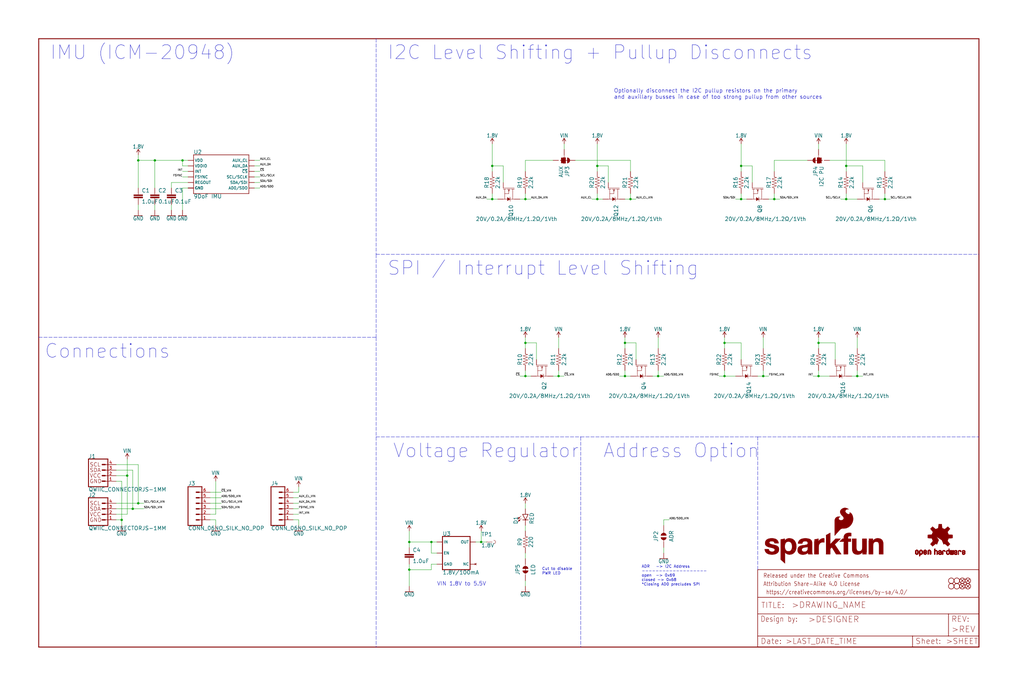
<source format=kicad_sch>
(kicad_sch (version 20211123) (generator eeschema)
  (paper "User" 470.306 318.364)
  (lib_symbols
    (symbol "eagleSchem-eagle-import:0.1UF-0603-25V-5%"
      (property "Reference" "C" (at 1.524 2.921 0))
      (property "Value" "0.1UF-0603-25V-5%" (at 1.524 -2.159 0))
      (symbol "0.1UF-0603-25V-5%_1_0"
        (pin passive line (at 0 5.08 270) (length 2.54) (name "1") (number "1"))
        (pin passive line (at 0 -2.54 90) (length 2.54) (name "2") (number "2"))
      )
    )
    (symbol "eagleSchem-eagle-import:1.0UF-0603-16V-10%-X7R"
      (property "Reference" "C" (at 1.524 2.921 0))
      (property "Value" "1.0UF-0603-16V-10%-X7R" (at 1.524 -2.159 0))
      (symbol "1.0UF-0603-16V-10%-X7R_1_0"
        (pin passive line (at 0 5.08 270) (length 2.54) (name "1") (number "1"))
        (pin passive line (at 0 -2.54 90) (length 2.54) (name "2") (number "2"))
      )
    )
    (symbol "eagleSchem-eagle-import:1.8V" (power)
      (property "Value" "1.8V" (at 0 2.794 0))
      (symbol "1.8V_1_0"
        (pin power_in line (at 0 0 90) (length 2.54) (name "1.8V") (number "1"))
      )
    )
    (symbol "eagleSchem-eagle-import:2.2KOHM-0402T-1{slash}16W-1%"
      (property "Reference" "R" (at 0 1.524 0))
      (property "Value" "2.2KOHM-0402T-1{slash}16W-1%" (at 0 -1.524 0))
      (symbol "2.2KOHM-0402T-1{slash}16W-1%_1_0"
        (pin passive line (at -5.08 0 0) (length 2.54) (name "1") (number "1"))
        (pin passive line (at 5.08 0 180) (length 2.54) (name "2") (number "2"))
      )
    )
    (symbol "eagleSchem-eagle-import:220OHM-0603-1{slash}10W-1%"
      (property "Reference" "R" (at 0 1.524 0))
      (property "Value" "220OHM-0603-1{slash}10W-1%" (at 0 -1.524 0))
      (symbol "220OHM-0603-1{slash}10W-1%_1_0"
        (pin passive line (at -5.08 0 0) (length 2.54) (name "1") (number "1"))
        (pin passive line (at 5.08 0 180) (length 2.54) (name "2") (number "2"))
      )
    )
    (symbol "eagleSchem-eagle-import:CONN_06NO_SILK_NO_POP"
      (property "Reference" "J" (at -5.08 10.668 0))
      (property "Value" "CONN_06NO_SILK_NO_POP" (at -5.08 -9.906 0))
      (symbol "CONN_06NO_SILK_NO_POP_1_0"
        (pin passive line (at 5.08 -5.08 180) (length 5.08) (name "1") (number "1"))
        (pin passive line (at 5.08 -2.54 180) (length 5.08) (name "2") (number "2"))
        (pin passive line (at 5.08 0 180) (length 5.08) (name "3") (number "3"))
        (pin passive line (at 5.08 2.54 180) (length 5.08) (name "4") (number "4"))
        (pin passive line (at 5.08 5.08 180) (length 5.08) (name "5") (number "5"))
        (pin passive line (at 5.08 7.62 180) (length 5.08) (name "6") (number "6"))
      )
    )
    (symbol "eagleSchem-eagle-import:FIDUCIAL1X2")
    (symbol "eagleSchem-eagle-import:FRAME-LEDGER"
      (symbol "FRAME-LEDGER_2_0"
        (text " https://creativecommons.org/licenses/by-sa/4.0/" (at 2.54 24.13 0) (effects (font (size 1.9304 1.6408)) (justify left bottom)))
        (text ">DESIGNER" (at 23.114 11.176 0) (effects (font (size 2.7432 2.7432)) (justify left bottom)))
        (text ">DRAWING_NAME" (at 15.494 17.78 0) (effects (font (size 2.7432 2.7432)) (justify left bottom)))
        (text ">LAST_DATE_TIME" (at 12.7 1.27 0) (effects (font (size 2.54 2.54)) (justify left bottom)))
        (text ">REV" (at 88.9 6.604 0) (effects (font (size 2.7432 2.7432)) (justify left bottom)))
        (text ">SHEET" (at 86.36 1.27 0) (effects (font (size 2.54 2.54)) (justify left bottom)))
        (text "Attribution Share-Alike 4.0 License" (at 2.54 27.94 0) (effects (font (size 1.9304 1.6408)) (justify left bottom)))
        (text "Date:" (at 1.27 1.27 0) (effects (font (size 2.54 2.54)) (justify left bottom)))
        (text "Design by:" (at 1.27 11.43 0) (effects (font (size 2.54 2.159)) (justify left bottom)))
        (text "Released under the Creative Commons" (at 2.54 31.75 0) (effects (font (size 1.9304 1.6408)) (justify left bottom)))
        (text "REV:" (at 88.9 11.43 0) (effects (font (size 2.54 2.54)) (justify left bottom)))
        (text "Sheet:" (at 72.39 1.27 0) (effects (font (size 2.54 2.54)) (justify left bottom)))
        (text "TITLE:" (at 1.524 17.78 0) (effects (font (size 2.54 2.54)) (justify left bottom)))
      )
    )
    (symbol "eagleSchem-eagle-import:GND" (power)
      (property "Value" "GND" (at 0 -0.254 0))
      (symbol "GND_1_0"
        (pin power_in line (at 0 2.54 270) (length 2.54) (name "GND") (number "1"))
      )
    )
    (symbol "eagleSchem-eagle-import:ICM-20948"
      (property "Reference" "U" (at -12.7 10.414 0))
      (property "Value" "ICM-20948" (at -12.7 -7.874 0))
      (symbol "ICM-20948_1_0"
        (pin bidirectional line (at -15.24 -2.54 0) (length 2.54) (name "REGOUT") (number "10"))
        (pin bidirectional line (at -15.24 0 0) (length 2.54) (name "FSYNC") (number "11"))
        (pin bidirectional line (at -15.24 2.54 0) (length 2.54) (name "INT") (number "12"))
        (pin bidirectional line (at -15.24 7.62 0) (length 2.54) (name "VDD") (number "13"))
        (pin bidirectional line (at -15.24 -5.08 0) (length 2.54) (name "GND") (number "18"))
        (pin bidirectional line (at -15.24 -5.08 0) (length 2.54) (name "GND") (number "20"))
        (pin bidirectional line (at 15.24 5.08 180) (length 2.54) (name "AUX_DA") (number "21"))
        (pin bidirectional line (at 15.24 2.54 180) (length 2.54) (name "~{CS}") (number "22"))
        (pin bidirectional line (at 15.24 0 180) (length 2.54) (name "SCL/SCLK") (number "23"))
        (pin bidirectional line (at 15.24 -2.54 180) (length 2.54) (name "SDA/SDI") (number "24"))
        (pin bidirectional line (at 15.24 7.62 180) (length 2.54) (name "AUX_CL") (number "7"))
        (pin bidirectional line (at -15.24 5.08 0) (length 2.54) (name "VDDIO") (number "8"))
        (pin bidirectional line (at 15.24 -5.08 180) (length 2.54) (name "AD0/SDO") (number "9"))
      )
    )
    (symbol "eagleSchem-eagle-import:JUMPER-SMT_2_NC_TRACE_SILK"
      (property "Reference" "JP" (at -2.54 2.54 0))
      (property "Value" "JUMPER-SMT_2_NC_TRACE_SILK" (at -2.54 -2.54 0))
      (symbol "JUMPER-SMT_2_NC_TRACE_SILK_1_0"
        (pin passive line (at -5.08 0 0) (length 2.54) (name "1") (number "1"))
        (pin passive line (at 5.08 0 180) (length 2.54) (name "2") (number "2"))
      )
    )
    (symbol "eagleSchem-eagle-import:JUMPER-SMT_2_NO_SILK"
      (property "Reference" "JP" (at -2.54 2.54 0))
      (property "Value" "JUMPER-SMT_2_NO_SILK" (at -2.54 -2.54 0))
      (symbol "JUMPER-SMT_2_NO_SILK_1_0"
        (pin passive line (at -5.08 0 0) (length 2.54) (name "1") (number "1"))
        (pin passive line (at 5.08 0 180) (length 2.54) (name "2") (number "2"))
      )
    )
    (symbol "eagleSchem-eagle-import:JUMPER-SMT_3_2-NC_TRACE_SILK"
      (property "Reference" "JP" (at 2.54 0.381 0))
      (property "Value" "JUMPER-SMT_3_2-NC_TRACE_SILK" (at 2.54 -0.381 0))
      (symbol "JUMPER-SMT_3_2-NC_TRACE_SILK_1_0"
        (pin passive line (at 0 5.08 270) (length 2.54) (name "1") (number "1"))
        (pin passive line (at -5.08 0 0) (length 2.54) (name "2") (number "2"))
        (pin passive line (at 0 -5.08 90) (length 2.54) (name "3") (number "3"))
      )
    )
    (symbol "eagleSchem-eagle-import:LED-RED0603"
      (property "Reference" "D" (at -3.429 -4.572 90))
      (property "Value" "LED-RED0603" (at 1.905 -4.572 90))
      (symbol "LED-RED0603_1_0"
        (pin passive line (at 0 2.54 270) (length 2.54) (name "A") (number "A"))
        (pin passive line (at 0 -5.08 90) (length 2.54) (name "C") (number "C"))
      )
    )
    (symbol "eagleSchem-eagle-import:MOSFET-NCH-RE1C002UN"
      (property "Reference" "Q" (at 5.08 0 0))
      (property "Value" "MOSFET-NCH-RE1C002UN" (at 5.08 -2.54 0))
      (symbol "MOSFET-NCH-RE1C002UN_1_0"
        (pin bidirectional line (at -5.08 -2.54 0) (length 2.54) (name "G") (number "1"))
        (pin bidirectional line (at 2.54 -5.08 90) (length 2.54) (name "S") (number "2"))
        (pin bidirectional line (at 2.54 5.08 270) (length 2.54) (name "D") (number "3"))
      )
    )
    (symbol "eagleSchem-eagle-import:OSHW-LOGOMINI")
    (symbol "eagleSchem-eagle-import:QWIIC_CONNECTORJS-1MM"
      (property "Reference" "J" (at -5.08 7.874 0))
      (property "Value" "QWIIC_CONNECTORJS-1MM" (at -5.08 -5.334 0))
      (symbol "QWIIC_CONNECTORJS-1MM_1_0"
        (text "GND" (at -4.572 -2.54 0) (effects (font (size 1.778 1.778)) (justify left)))
        (text "SCL" (at -4.572 5.08 0) (effects (font (size 1.778 1.778)) (justify left)))
        (text "SDA" (at -4.572 2.54 0) (effects (font (size 1.778 1.778)) (justify left)))
        (text "VCC" (at -4.572 0 0) (effects (font (size 1.778 1.778)) (justify left)))
        (pin power_in line (at 7.62 -2.54 180) (length 5.08) (name "1") (number "1"))
        (pin power_in line (at 7.62 0 180) (length 5.08) (name "2") (number "2"))
        (pin passive line (at 7.62 2.54 180) (length 5.08) (name "3") (number "3"))
        (pin passive line (at 7.62 5.08 180) (length 5.08) (name "4") (number "4"))
      )
    )
    (symbol "eagleSchem-eagle-import:SFE_LOGO_NAME_FLAME.1_INCH")
    (symbol "eagleSchem-eagle-import:STAND-OFF")
    (symbol "eagleSchem-eagle-import:TEST-POINT3"
      (property "Reference" "TP" (at -2.54 2.54 0))
      (property "Value" "TEST-POINT3" (at -2.54 -2.54 0))
      (symbol "TEST-POINT3_1_0"
        (pin bidirectional line (at 0 0 180) (length 0) (name "1") (number "P$1"))
      )
    )
    (symbol "eagleSchem-eagle-import:VIN" (power)
      (property "Value" "VIN" (at 0 2.794 0))
      (symbol "VIN_1_0"
        (pin power_in line (at 0 0 90) (length 2.54) (name "VIN") (number "1"))
      )
    )
    (symbol "eagleSchem-eagle-import:V_REG_SP6214-1.8V"
      (property "Reference" "U" (at -7.62 7.874 0))
      (property "Value" "V_REG_SP6214-1.8V" (at -7.62 -7.874 0))
      (symbol "V_REG_SP6214-1.8V_1_0"
        (pin input line (at -10.16 5.08 0) (length 2.54) (name "IN") (number "1"))
        (pin input line (at -10.16 -5.08 0) (length 2.54) (name "GND") (number "2"))
        (pin input line (at -10.16 0 0) (length 2.54) (name "EN") (number "3"))
        (pin no_connect line (at 7.62 -5.08 180) (length 2.54) (name "NC") (number "4"))
        (pin passive line (at 7.62 5.08 180) (length 2.54) (name "OUT") (number "5"))
      )
    )
  )
  (junction (at 350.52 172.72))
  (junction (at 241.3 91.44))
  (junction (at 274.32 91.44))
  (junction (at 226.06 76.2))
  (junction (at 58.42 218.44))
  (junction (at 226.06 91.44))
  (junction (at 393.7 172.72))
  (junction (at 340.36 91.44))
  (junction (at 406.4 91.44))
  (junction (at 287.02 157.48))
  (junction (at 198.12 248.92))
  (junction (at 63.5 231.14))
  (junction (at 355.6 91.44))
  (junction (at 60.96 233.68))
  (junction (at 332.74 157.48))
  (junction (at 302.26 172.72))
  (junction (at 289.56 91.44))
  (junction (at 274.32 76.2))
  (junction (at 83.82 73.66))
  (junction (at 287.02 172.72))
  (junction (at 388.62 76.2))
  (junction (at 332.74 172.72))
  (junction (at 241.3 157.48))
  (junction (at 220.98 248.92))
  (junction (at 256.54 172.72))
  (junction (at 340.36 76.2))
  (junction (at 55.88 238.76))
  (junction (at 63.5 73.66))
  (junction (at 187.96 248.92))
  (junction (at 241.3 172.72))
  (junction (at 187.96 261.62))
  (junction (at 375.92 157.48))
  (junction (at 71.12 73.66))
  (junction (at 388.62 91.44))
  (junction (at 375.92 172.72))
  (wire (pts (xy 386.08 91.44) (xy 388.62 91.44)))
  (wire (pts (xy 86.36 81.28) (xy 83.82 81.28)))
  (wire (pts (xy 187.96 259.08) (xy 187.96 261.62)))
  (wire (pts (xy 388.62 88.9) (xy 388.62 91.44)))
  (wire (pts (xy 134.62 238.76) (xy 137.16 238.76)))
  (polyline (pts (xy 172.72 154.94) (xy 172.72 200.66)))
  (wire (pts (xy 274.32 66.04) (xy 274.32 76.2)))
  (wire (pts (xy 287.02 172.72) (xy 289.56 172.72)))
  (wire (pts (xy 96.52 236.22) (xy 99.06 236.22)))
  (wire (pts (xy 302.26 170.18) (xy 302.26 172.72)))
  (wire (pts (xy 78.74 93.98) (xy 78.74 96.52)))
  (wire (pts (xy 241.3 73.66) (xy 254 73.66)))
  (wire (pts (xy 238.76 172.72) (xy 241.3 172.72)))
  (polyline (pts (xy 172.72 17.78) (xy 172.72 116.84)))
  (wire (pts (xy 198.12 248.92) (xy 187.96 248.92)))
  (wire (pts (xy 226.06 66.04) (xy 226.06 76.2)))
  (wire (pts (xy 119.38 76.2) (xy 116.84 76.2)))
  (wire (pts (xy 226.06 91.44) (xy 228.6 91.44)))
  (wire (pts (xy 119.38 73.66) (xy 116.84 73.66)))
  (wire (pts (xy 287.02 91.44) (xy 289.56 91.44)))
  (wire (pts (xy 393.7 170.18) (xy 393.7 172.72)))
  (wire (pts (xy 289.56 91.44) (xy 292.1 91.44)))
  (wire (pts (xy 99.06 238.76) (xy 99.06 241.3)))
  (wire (pts (xy 187.96 248.92) (xy 187.96 251.46)))
  (polyline (pts (xy 172.72 200.66) (xy 266.7 200.66)))
  (polyline (pts (xy 347.98 200.66) (xy 449.58 200.66)))
  (wire (pts (xy 355.6 88.9) (xy 355.6 91.44)))
  (wire (pts (xy 231.14 83.82) (xy 231.14 76.2)))
  (wire (pts (xy 355.6 91.44) (xy 358.14 91.44)))
  (wire (pts (xy 63.5 213.36) (xy 63.5 231.14)))
  (wire (pts (xy 289.56 73.66) (xy 289.56 78.74)))
  (wire (pts (xy 220.98 248.92) (xy 220.98 243.84)))
  (wire (pts (xy 388.62 66.04) (xy 388.62 76.2)))
  (wire (pts (xy 101.6 228.6) (xy 96.52 228.6)))
  (wire (pts (xy 375.92 170.18) (xy 375.92 172.72)))
  (wire (pts (xy 388.62 78.74) (xy 388.62 76.2)))
  (wire (pts (xy 241.3 241.3) (xy 241.3 243.84)))
  (wire (pts (xy 226.06 78.74) (xy 226.06 76.2)))
  (wire (pts (xy 241.3 160.02) (xy 241.3 157.48)))
  (wire (pts (xy 304.8 251.46) (xy 304.8 254)))
  (wire (pts (xy 287.02 154.94) (xy 287.02 157.48)))
  (wire (pts (xy 375.92 160.02) (xy 375.92 157.48)))
  (wire (pts (xy 284.48 172.72) (xy 287.02 172.72)))
  (wire (pts (xy 330.2 172.72) (xy 332.74 172.72)))
  (wire (pts (xy 101.6 233.68) (xy 96.52 233.68)))
  (wire (pts (xy 340.36 88.9) (xy 340.36 91.44)))
  (wire (pts (xy 289.56 88.9) (xy 289.56 91.44)))
  (wire (pts (xy 226.06 88.9) (xy 226.06 91.44)))
  (wire (pts (xy 332.74 154.94) (xy 332.74 157.48)))
  (wire (pts (xy 279.4 76.2) (xy 274.32 76.2)))
  (wire (pts (xy 256.54 160.02) (xy 256.54 154.94)))
  (wire (pts (xy 241.3 233.68) (xy 241.3 231.14)))
  (wire (pts (xy 53.34 215.9) (xy 60.96 215.9)))
  (wire (pts (xy 406.4 91.44) (xy 408.94 91.44)))
  (polyline (pts (xy 266.7 200.66) (xy 347.98 200.66)))
  (wire (pts (xy 406.4 88.9) (xy 406.4 91.44)))
  (wire (pts (xy 71.12 73.66) (xy 63.5 73.66)))
  (wire (pts (xy 340.36 66.04) (xy 340.36 76.2)))
  (wire (pts (xy 86.36 76.2) (xy 83.82 76.2)))
  (wire (pts (xy 274.32 78.74) (xy 274.32 76.2)))
  (wire (pts (xy 388.62 91.44) (xy 393.7 91.44)))
  (wire (pts (xy 218.44 248.92) (xy 220.98 248.92)))
  (wire (pts (xy 96.52 238.76) (xy 99.06 238.76)))
  (wire (pts (xy 396.24 76.2) (xy 388.62 76.2)))
  (wire (pts (xy 287.02 160.02) (xy 287.02 157.48)))
  (wire (pts (xy 350.52 160.02) (xy 350.52 154.94)))
  (wire (pts (xy 101.6 231.14) (xy 96.52 231.14)))
  (wire (pts (xy 246.38 157.48) (xy 241.3 157.48)))
  (wire (pts (xy 137.16 233.68) (xy 134.62 233.68)))
  (wire (pts (xy 55.88 220.98) (xy 53.34 220.98)))
  (wire (pts (xy 66.04 231.14) (xy 63.5 231.14)))
  (wire (pts (xy 83.82 78.74) (xy 86.36 78.74)))
  (wire (pts (xy 393.7 160.02) (xy 393.7 154.94)))
  (wire (pts (xy 353.06 91.44) (xy 355.6 91.44)))
  (wire (pts (xy 241.3 172.72) (xy 243.84 172.72)))
  (polyline (pts (xy 266.7 200.66) (xy 266.7 297.18)))
  (wire (pts (xy 119.38 78.74) (xy 116.84 78.74)))
  (wire (pts (xy 119.38 81.28) (xy 116.84 81.28)))
  (wire (pts (xy 287.02 170.18) (xy 287.02 172.72)))
  (wire (pts (xy 53.34 213.36) (xy 63.5 213.36)))
  (wire (pts (xy 345.44 83.82) (xy 345.44 76.2)))
  (wire (pts (xy 256.54 172.72) (xy 259.08 172.72)))
  (wire (pts (xy 137.16 236.22) (xy 134.62 236.22)))
  (wire (pts (xy 60.96 233.68) (xy 53.34 233.68)))
  (polyline (pts (xy 172.72 200.66) (xy 172.72 297.18)))
  (wire (pts (xy 271.78 91.44) (xy 274.32 91.44)))
  (wire (pts (xy 137.16 238.76) (xy 137.16 241.3)))
  (wire (pts (xy 393.7 172.72) (xy 396.24 172.72)))
  (wire (pts (xy 241.3 78.74) (xy 241.3 73.66)))
  (wire (pts (xy 238.76 91.44) (xy 241.3 91.44)))
  (wire (pts (xy 381 73.66) (xy 406.4 73.66)))
  (wire (pts (xy 332.74 170.18) (xy 332.74 172.72)))
  (wire (pts (xy 373.38 172.72) (xy 375.92 172.72)))
  (wire (pts (xy 345.44 76.2) (xy 340.36 76.2)))
  (wire (pts (xy 137.16 228.6) (xy 134.62 228.6)))
  (wire (pts (xy 264.16 73.66) (xy 289.56 73.66)))
  (polyline (pts (xy 172.72 116.84) (xy 449.58 116.84)))
  (wire (pts (xy 340.36 91.44) (xy 342.9 91.44)))
  (wire (pts (xy 337.82 91.44) (xy 340.36 91.44)))
  (wire (pts (xy 119.38 86.36) (xy 116.84 86.36)))
  (wire (pts (xy 60.96 215.9) (xy 60.96 233.68)))
  (wire (pts (xy 375.92 154.94) (xy 375.92 157.48)))
  (wire (pts (xy 302.26 160.02) (xy 302.26 154.94)))
  (polyline (pts (xy 172.72 116.84) (xy 172.72 154.94)))
  (wire (pts (xy 58.42 218.44) (xy 58.42 236.22)))
  (wire (pts (xy 383.54 165.1) (xy 383.54 157.48)))
  (wire (pts (xy 58.42 218.44) (xy 58.42 210.82)))
  (wire (pts (xy 350.52 172.72) (xy 353.06 172.72)))
  (wire (pts (xy 375.92 66.04) (xy 375.92 68.58)))
  (wire (pts (xy 63.5 231.14) (xy 53.34 231.14)))
  (wire (pts (xy 83.82 73.66) (xy 86.36 73.66)))
  (wire (pts (xy 137.16 231.14) (xy 134.62 231.14)))
  (wire (pts (xy 403.86 91.44) (xy 406.4 91.44)))
  (wire (pts (xy 340.36 165.1) (xy 340.36 157.48)))
  (wire (pts (xy 60.96 233.68) (xy 66.04 233.68)))
  (wire (pts (xy 259.08 66.04) (xy 259.08 68.58)))
  (wire (pts (xy 63.5 93.98) (xy 63.5 96.52)))
  (wire (pts (xy 83.82 96.52) (xy 83.82 86.36)))
  (wire (pts (xy 63.5 73.66) (xy 63.5 86.36)))
  (wire (pts (xy 347.98 172.72) (xy 350.52 172.72)))
  (wire (pts (xy 332.74 172.72) (xy 337.82 172.72)))
  (wire (pts (xy 241.3 154.94) (xy 241.3 157.48)))
  (wire (pts (xy 99.06 236.22) (xy 99.06 220.98)))
  (wire (pts (xy 137.16 223.52) (xy 137.16 226.06)))
  (wire (pts (xy 83.82 76.2) (xy 83.82 73.66)))
  (wire (pts (xy 187.96 261.62) (xy 198.12 261.62)))
  (wire (pts (xy 78.74 83.82) (xy 78.74 86.36)))
  (wire (pts (xy 53.34 238.76) (xy 55.88 238.76)))
  (wire (pts (xy 134.62 226.06) (xy 137.16 226.06)))
  (wire (pts (xy 200.66 254) (xy 198.12 254)))
  (wire (pts (xy 332.74 160.02) (xy 332.74 157.48)))
  (wire (pts (xy 53.34 218.44) (xy 58.42 218.44)))
  (wire (pts (xy 299.72 172.72) (xy 302.26 172.72)))
  (wire (pts (xy 198.12 259.08) (xy 198.12 261.62)))
  (wire (pts (xy 223.52 91.44) (xy 226.06 91.44)))
  (wire (pts (xy 55.88 238.76) (xy 55.88 220.98)))
  (wire (pts (xy 187.96 243.84) (xy 187.96 248.92)))
  (wire (pts (xy 274.32 88.9) (xy 274.32 91.44)))
  (wire (pts (xy 304.8 238.76) (xy 307.34 238.76)))
  (wire (pts (xy 292.1 157.48) (xy 287.02 157.48)))
  (wire (pts (xy 304.8 238.76) (xy 304.8 241.3)))
  (wire (pts (xy 375.92 172.72) (xy 381 172.72)))
  (wire (pts (xy 71.12 93.98) (xy 71.12 96.52)))
  (wire (pts (xy 71.12 73.66) (xy 71.12 86.36)))
  (wire (pts (xy 302.26 172.72) (xy 304.8 172.72)))
  (wire (pts (xy 383.54 157.48) (xy 375.92 157.48)))
  (wire (pts (xy 101.6 226.06) (xy 96.52 226.06)))
  (wire (pts (xy 396.24 83.82) (xy 396.24 76.2)))
  (wire (pts (xy 63.5 71.12) (xy 63.5 73.66)))
  (wire (pts (xy 340.36 157.48) (xy 332.74 157.48)))
  (wire (pts (xy 200.66 259.08) (xy 198.12 259.08)))
  (wire (pts (xy 241.3 88.9) (xy 241.3 91.44)))
  (wire (pts (xy 231.14 76.2) (xy 226.06 76.2)))
  (wire (pts (xy 220.98 248.92) (xy 223.52 248.92)))
  (wire (pts (xy 246.38 165.1) (xy 246.38 157.48)))
  (wire (pts (xy 256.54 170.18) (xy 256.54 172.72)))
  (wire (pts (xy 119.38 83.82) (xy 116.84 83.82)))
  (wire (pts (xy 187.96 269.24) (xy 187.96 261.62)))
  (wire (pts (xy 83.82 86.36) (xy 86.36 86.36)))
  (wire (pts (xy 241.3 91.44) (xy 243.84 91.44)))
  (wire (pts (xy 241.3 266.7) (xy 241.3 269.24)))
  (wire (pts (xy 200.66 248.92) (xy 198.12 248.92)))
  (wire (pts (xy 55.88 238.76) (xy 55.88 241.3)))
  (wire (pts (xy 350.52 170.18) (xy 350.52 172.72)))
  (wire (pts (xy 274.32 91.44) (xy 276.86 91.44)))
  (wire (pts (xy 355.6 78.74) (xy 355.6 73.66)))
  (polyline (pts (xy 17.78 154.94) (xy 172.72 154.94)))
  (wire (pts (xy 292.1 165.1) (xy 292.1 157.48)))
  (wire (pts (xy 340.36 78.74) (xy 340.36 76.2)))
  (wire (pts (xy 198.12 254) (xy 198.12 248.92)))
  (wire (pts (xy 241.3 254) (xy 241.3 256.54)))
  (wire (pts (xy 279.4 83.82) (xy 279.4 76.2)))
  (wire (pts (xy 83.82 73.66) (xy 71.12 73.66)))
  (polyline (pts (xy 347.98 261.62) (xy 347.98 200.66)))
  (wire (pts (xy 86.36 83.82) (xy 78.74 83.82)))
  (wire (pts (xy 241.3 170.18) (xy 241.3 172.72)))
  (wire (pts (xy 355.6 73.66) (xy 370.84 73.66)))
  (wire (pts (xy 58.42 236.22) (xy 53.34 236.22)))
  (wire (pts (xy 254 172.72) (xy 256.54 172.72)))
  (wire (pts (xy 391.16 172.72) (xy 393.7 172.72)))
  (wire (pts (xy 406.4 73.66) (xy 406.4 78.74)))
  (text "VIN 1.8V to 5.5V" (at 200.66 269.24 180) (effects (font (size 1.778 1.778)) (justify left bottom)))
  (text "Cut to disable\nPWR LED" (at 248.92 264.16 180) (effects (font (size 1.27 1.27)) (justify left bottom)))
  (text "I2C Level Shifting + Pullup Disconnects" (at 177.8 27.94 180) (effects (font (size 6.35 6.35)) (justify left bottom)))
  (text "Address Option" (at 276.86 210.82 180) (effects (font (size 6.35 6.35)) (justify left bottom)))
  (text "Optionally disconnect the I2C pullup resistors on the primary\nand auxillary busses in case of too strong pullup from other sources" (at 281.94 45.72 0) (effects (font (size 1.778 1.778)) (justify left bottom)))
  (text "SPI / Interrupt Level Shifting" (at 177.8 127 180) (effects (font (size 6.35 6.35)) (justify left bottom)))
  (text "ADR   -> I2C Address\n-------------------\nopen  -> 0x69\nclosed -> 0x68\n*Closing AD0 precludes SPI" (at 294.64 269.24 0) (effects (font (size 1.27 1.27)) (justify left bottom)))
  (text "Voltage Regulator" (at 180.34 210.82 180) (effects (font (size 6.35 6.35)) (justify left bottom)))
  (text "IMU (ICM-20948)" (at 22.86 27.94 180) (effects (font (size 6.35 6.35)) (justify left bottom)))
  (text "Connections" (at 20.32 165.1 180) (effects (font (size 6.35 6.35)) (justify left bottom)))
  (label "SDA/SDI" (at 119.38 83.82 0) (effects (font (size 0.889 0.889))))
  (label "INT" (at 83.82 78.74 180) (effects (font (size 0.889 0.889))))
  (label "AUX_CL" (at 119.38 73.66 0) (effects (font (size 0.889 0.889))))
  (label "SCL/SCLK_VIN" (at 66.04 231.14 0) (effects (font (size 0.889 0.889))))
  (label "AUX_CL" (at 271.78 91.44 180) (effects (font (size 0.889 0.889))))
  (label "AD0/SDO_VIN" (at 307.34 238.76 0) (effects (font (size 0.889 0.889))))
  (label "FSYNC_VIN" (at 137.16 233.68 0) (effects (font (size 0.889 0.889))))
  (label "~{CS}_VIN" (at 259.08 172.72 0) (effects (font (size 0.889 0.889))))
  (label "FSYNC" (at 330.2 172.72 180) (effects (font (size 0.889 0.889))))
  (label "SDA/SDI_VIN" (at 66.04 233.68 0) (effects (font (size 0.889 0.889))))
  (label "SDA/SDI" (at 337.82 91.44 180) (effects (font (size 0.889 0.889))))
  (label "AD0/SDO" (at 119.38 86.36 0) (effects (font (size 0.889 0.889))))
  (label "AUX_CL_VIN" (at 292.1 91.44 0) (effects (font (size 0.889 0.889))))
  (label "SCL/SCLK" (at 119.38 81.28 0) (effects (font (size 0.889 0.889))))
  (label "INT" (at 373.38 172.72 180) (effects (font (size 0.889 0.889))))
  (label "AUX_DA" (at 119.38 76.2 0) (effects (font (size 0.889 0.889))))
  (label "SCL/SCLK_VIN" (at 408.94 91.44 0) (effects (font (size 0.889 0.889))))
  (label "FSYNC_VIN" (at 353.06 172.72 0) (effects (font (size 0.889 0.889))))
  (label "SCL/SCLK_VIN" (at 101.6 231.14 0) (effects (font (size 0.889 0.889))))
  (label "~{CS}" (at 119.38 78.74 0) (effects (font (size 0.889 0.889))))
  (label "AD0/SDO" (at 284.48 172.72 180) (effects (font (size 0.889 0.889))))
  (label "SCL/SCLK" (at 386.08 91.44 180) (effects (font (size 0.889 0.889))))
  (label "AD0/SDO_VIN" (at 101.6 228.6 0) (effects (font (size 0.889 0.889))))
  (label "AUX_DA_VIN" (at 243.84 91.44 0) (effects (font (size 0.889 0.889))))
  (label "INT_VIN" (at 396.24 172.72 0) (effects (font (size 0.889 0.889))))
  (label "AD0/SDO_VIN" (at 304.8 172.72 0) (effects (font (size 0.889 0.889))))
  (label "AUX_CL_VIN" (at 137.16 228.6 0) (effects (font (size 0.889 0.889))))
  (label "INT_VIN" (at 137.16 236.22 0) (effects (font (size 0.889 0.889))))
  (label "SDA/SDI_VIN" (at 101.6 233.68 0) (effects (font (size 0.889 0.889))))
  (label "SDA/SDI_VIN" (at 358.14 91.44 0) (effects (font (size 0.889 0.889))))
  (label "AUX_DA" (at 223.52 91.44 180) (effects (font (size 0.889 0.889))))
  (label "~{CS}_VIN" (at 101.6 226.06 0) (effects (font (size 0.889 0.889))))
  (label "FSYNC" (at 83.82 81.28 180) (effects (font (size 0.889 0.889))))
  (label "~{CS}" (at 238.76 172.72 180) (effects (font (size 0.889 0.889))))
  (label "AUX_DA_VIN" (at 137.16 231.14 0) (effects (font (size 0.889 0.889))))
  (symbol (lib_id "eagleSchem-eagle-import:VIN") (at 393.7 154.94 0) (unit 1)
    (property "Reference" "#SUPPLY29" (effects hide))
    (property "Value" "VIN" (at 393.7 152.146 0) (effects (font (size 1.778 1.5113)) (justify bottom)))
    (property "Footprint" "eagleSchem:" (effects hide))
  )
  (symbol (lib_id "eagleSchem-eagle-import:FIDUCIAL1X2") (at 444.5 269.24 0) (unit 1)
    (property "Reference" "FD4" (effects hide))
    (property "Value" "FIDUCIAL1X2" (effects hide))
    (property "Footprint" "eagleSchem:FIDUCIAL-1X2" (effects hide))
  )
  (symbol (lib_id "eagleSchem-eagle-import:2.2KOHM-0402T-1{slash}16W-1%") (at 241.3 83.82 90) (unit 1)
    (property "Reference" "R19" (at 239.776 83.82 0) (effects (font (size 1.778 1.778)) (justify bottom)))
    (property "Value" "2.2k" (at 242.824 83.82 0) (effects (font (size 1.778 1.778)) (justify top)))
    (property "Footprint" "eagleSchem:0402-TIGHT" (effects hide))
  )
  (symbol (lib_id "eagleSchem-eagle-import:GND") (at 137.16 243.84 0) (unit 1)
    (property "Reference" "#GND10" (effects hide))
    (property "Value" "GND" (at 137.16 244.094 0) (effects (font (size 1.778 1.5113)) (justify top)))
    (property "Footprint" "eagleSchem:" (effects hide))
  )
  (symbol (lib_id "eagleSchem-eagle-import:2.2KOHM-0402T-1{slash}16W-1%") (at 393.7 165.1 90) (unit 1)
    (property "Reference" "R25" (at 392.176 165.1 0) (effects (font (size 1.778 1.778)) (justify bottom)))
    (property "Value" "2.2k" (at 395.224 165.1 0) (effects (font (size 1.778 1.778)) (justify top)))
    (property "Footprint" "eagleSchem:0402-TIGHT" (effects hide))
  )
  (symbol (lib_id "eagleSchem-eagle-import:1.8V") (at 332.74 154.94 0) (unit 1)
    (property "Reference" "#SUPPLY26" (effects hide))
    (property "Value" "1.8V" (at 332.74 152.146 0) (effects (font (size 1.778 1.5113)) (justify bottom)))
    (property "Footprint" "eagleSchem:" (effects hide))
  )
  (symbol (lib_id "eagleSchem-eagle-import:VIN") (at 375.92 66.04 0) (unit 1)
    (property "Reference" "#SUPPLY11" (effects hide))
    (property "Value" "VIN" (at 375.92 63.246 0) (effects (font (size 1.778 1.5113)) (justify bottom)))
    (property "Footprint" "eagleSchem:" (effects hide))
  )
  (symbol (lib_id "eagleSchem-eagle-import:GND") (at 99.06 243.84 0) (unit 1)
    (property "Reference" "#GND8" (effects hide))
    (property "Value" "GND" (at 99.06 244.094 0) (effects (font (size 1.778 1.5113)) (justify top)))
    (property "Footprint" "eagleSchem:" (effects hide))
  )
  (symbol (lib_id "eagleSchem-eagle-import:LED-RED0603") (at 241.3 236.22 0) (unit 1)
    (property "Reference" "D1" (at 237.871 240.792 90) (effects (font (size 1.778 1.778)) (justify left bottom)))
    (property "Value" "RED" (at 243.205 240.792 90) (effects (font (size 1.778 1.778)) (justify left top)))
    (property "Footprint" "eagleSchem:LED-0603" (effects hide))
  )
  (symbol (lib_id "eagleSchem-eagle-import:JUMPER-SMT_3_2-NC_TRACE_SILK") (at 259.08 73.66 270) (unit 1)
    (property "Reference" "JP3" (at 259.461 76.2 0) (effects (font (size 1.778 1.778)) (justify left bottom)))
    (property "Value" "AUX" (at 258.699 76.2 0) (effects (font (size 1.778 1.778)) (justify left top)))
    (property "Footprint" "eagleSchem:SMT-JUMPER_3_2-NC_TRACE_SILK" (effects hide))
  )
  (symbol (lib_id "eagleSchem-eagle-import:GND") (at 241.3 271.78 0) (unit 1)
    (property "Reference" "#GND13" (effects hide))
    (property "Value" "GND" (at 241.3 272.034 0) (effects (font (size 1.778 1.5113)) (justify top)))
    (property "Footprint" "eagleSchem:" (effects hide))
  )
  (symbol (lib_id "eagleSchem-eagle-import:CONN_06NO_SILK_NO_POP") (at 129.54 233.68 0) (unit 1)
    (property "Reference" "J4" (at 124.46 223.012 0) (effects (font (size 1.778 1.778)) (justify left bottom)))
    (property "Value" "CONN_06NO_SILK_NO_POP" (at 124.46 243.586 0) (effects (font (size 1.778 1.778)) (justify left bottom)))
    (property "Footprint" "eagleSchem:1X06_NO_SILK" (effects hide))
  )
  (symbol (lib_id "eagleSchem-eagle-import:GND") (at 55.88 243.84 0) (unit 1)
    (property "Reference" "#GND3" (effects hide))
    (property "Value" "GND" (at 55.88 244.094 0) (effects (font (size 1.778 1.5113)) (justify top)))
    (property "Footprint" "eagleSchem:" (effects hide))
  )
  (symbol (lib_id "eagleSchem-eagle-import:STAND-OFF") (at 439.42 266.7 0) (unit 1)
    (property "Reference" "H3" (effects hide))
    (property "Value" "STAND-OFF" (effects hide))
    (property "Footprint" "eagleSchem:STAND-OFF" (effects hide))
  )
  (symbol (lib_id "eagleSchem-eagle-import:GND") (at 187.96 271.78 0) (unit 1)
    (property "Reference" "#GND12" (effects hide))
    (property "Value" "GND" (at 187.96 272.034 0) (effects (font (size 1.778 1.5113)) (justify top)))
    (property "Footprint" "eagleSchem:" (effects hide))
  )
  (symbol (lib_id "eagleSchem-eagle-import:MOSFET-NCH-RE1C002UN") (at 347.98 88.9 270) (unit 1)
    (property "Reference" "Q8" (at 347.98 93.98 0) (effects (font (size 1.778 1.778)) (justify left bottom)))
    (property "Value" "20V/0.2A/8MHz/1.2Ω/1Vth" (at 332.74 101.6 90) (effects (font (size 1.778 1.778)) (justify left bottom)))
    (property "Footprint" "eagleSchem:SOT-416FL" (effects hide))
  )
  (symbol (lib_id "eagleSchem-eagle-import:GND") (at 63.5 99.06 0) (unit 1)
    (property "Reference" "#GND1" (effects hide))
    (property "Value" "GND" (at 63.5 99.314 0) (effects (font (size 1.778 1.5113)) (justify top)))
    (property "Footprint" "eagleSchem:" (effects hide))
  )
  (symbol (lib_id "eagleSchem-eagle-import:MOSFET-NCH-RE1C002UN") (at 281.94 88.9 270) (unit 1)
    (property "Reference" "Q12" (at 281.94 93.98 0) (effects (font (size 1.778 1.778)) (justify left bottom)))
    (property "Value" "20V/0.2A/8MHz/1.2Ω/1Vth" (at 266.7 101.6 90) (effects (font (size 1.778 1.778)) (justify left bottom)))
    (property "Footprint" "eagleSchem:SOT-416FL" (effects hide))
  )
  (symbol (lib_id "eagleSchem-eagle-import:MOSFET-NCH-RE1C002UN") (at 342.9 170.18 270) (unit 1)
    (property "Reference" "Q14" (at 342.9 175.26 0) (effects (font (size 1.778 1.778)) (justify left bottom)))
    (property "Value" "20V/0.2A/8MHz/1.2Ω/1Vth" (at 327.66 182.88 90) (effects (font (size 1.778 1.778)) (justify left bottom)))
    (property "Footprint" "eagleSchem:SOT-416FL" (effects hide))
  )
  (symbol (lib_id "eagleSchem-eagle-import:MOSFET-NCH-RE1C002UN") (at 233.68 88.9 270) (unit 1)
    (property "Reference" "Q10" (at 233.68 93.98 0) (effects (font (size 1.778 1.778)) (justify left bottom)))
    (property "Value" "20V/0.2A/8MHz/1.2Ω/1Vth" (at 218.44 101.6 90) (effects (font (size 1.778 1.778)) (justify left bottom)))
    (property "Footprint" "eagleSchem:SOT-416FL" (effects hide))
  )
  (symbol (lib_id "eagleSchem-eagle-import:2.2KOHM-0402T-1{slash}16W-1%") (at 355.6 83.82 90) (unit 1)
    (property "Reference" "R17" (at 354.076 83.82 0) (effects (font (size 1.778 1.778)) (justify bottom)))
    (property "Value" "2.2k" (at 357.124 83.82 0) (effects (font (size 1.778 1.778)) (justify top)))
    (property "Footprint" "eagleSchem:0402-TIGHT" (effects hide))
  )
  (symbol (lib_id "eagleSchem-eagle-import:2.2KOHM-0402T-1{slash}16W-1%") (at 350.52 165.1 90) (unit 1)
    (property "Reference" "R23" (at 348.996 165.1 0) (effects (font (size 1.778 1.778)) (justify bottom)))
    (property "Value" "2.2k" (at 352.044 165.1 0) (effects (font (size 1.778 1.778)) (justify top)))
    (property "Footprint" "eagleSchem:0402-TIGHT" (effects hide))
  )
  (symbol (lib_id "eagleSchem-eagle-import:VIN") (at 302.26 154.94 0) (unit 1)
    (property "Reference" "#SUPPLY17" (effects hide))
    (property "Value" "VIN" (at 302.26 152.146 0) (effects (font (size 1.778 1.5113)) (justify bottom)))
    (property "Footprint" "eagleSchem:" (effects hide))
  )
  (symbol (lib_id "eagleSchem-eagle-import:FIDUCIAL1X2") (at 444.5 266.7 0) (unit 1)
    (property "Reference" "FD3" (effects hide))
    (property "Value" "FIDUCIAL1X2" (effects hide))
    (property "Footprint" "eagleSchem:FIDUCIAL-1X2" (effects hide))
  )
  (symbol (lib_id "eagleSchem-eagle-import:SFE_LOGO_NAME_FLAME.1_INCH") (at 350.52 259.08 0) (unit 1)
    (property "Reference" "LOGO1" (effects hide))
    (property "Value" "SFE_LOGO_NAME_FLAME.1_INCH" (effects hide))
    (property "Footprint" "eagleSchem:SFE_LOGO_NAME_FLAME_.1" (effects hide))
  )
  (symbol (lib_id "eagleSchem-eagle-import:1.8V") (at 340.36 66.04 0) (unit 1)
    (property "Reference" "#SUPPLY20" (effects hide))
    (property "Value" "1.8V" (at 340.36 63.246 0) (effects (font (size 1.778 1.5113)) (justify bottom)))
    (property "Footprint" "eagleSchem:" (effects hide))
  )
  (symbol (lib_id "eagleSchem-eagle-import:FIDUCIAL1X2") (at 441.96 269.24 0) (unit 1)
    (property "Reference" "FD2" (effects hide))
    (property "Value" "FIDUCIAL1X2" (effects hide))
    (property "Footprint" "eagleSchem:FIDUCIAL-1X2" (effects hide))
  )
  (symbol (lib_id "eagleSchem-eagle-import:TEST-POINT3") (at 223.52 248.92 0) (unit 1)
    (property "Reference" "TP1" (at 220.98 246.38 0) (effects (font (size 1.778 1.778)) (justify left bottom)))
    (property "Value" "1.8V" (at 220.98 251.46 0) (effects (font (size 1.778 1.778)) (justify left bottom)))
    (property "Footprint" "eagleSchem:PAD.03X.03" (effects hide))
  )
  (symbol (lib_id "eagleSchem-eagle-import:JUMPER-SMT_3_2-NC_TRACE_SILK") (at 375.92 73.66 90) (mirror x) (unit 1)
    (property "Reference" "JP4" (at 375.539 76.2 0) (effects (font (size 1.778 1.778)) (justify left bottom)))
    (property "Value" "I2C PU" (at 376.301 76.2 0) (effects (font (size 1.778 1.778)) (justify left top)))
    (property "Footprint" "eagleSchem:SMT-JUMPER_3_2-NC_TRACE_SILK" (effects hide))
  )
  (symbol (lib_id "eagleSchem-eagle-import:FIDUCIAL1X2") (at 441.96 266.7 0) (unit 1)
    (property "Reference" "FD1" (effects hide))
    (property "Value" "FIDUCIAL1X2" (effects hide))
    (property "Footprint" "eagleSchem:FIDUCIAL-1X2" (effects hide))
  )
  (symbol (lib_id "eagleSchem-eagle-import:220OHM-0603-1{slash}10W-1%") (at 241.3 248.92 90) (unit 1)
    (property "Reference" "R9" (at 239.776 248.92 0) (effects (font (size 1.778 1.778)) (justify bottom)))
    (property "Value" "220" (at 242.824 248.92 0) (effects (font (size 1.778 1.778)) (justify top)))
    (property "Footprint" "eagleSchem:0603" (effects hide))
  )
  (symbol (lib_id "eagleSchem-eagle-import:MOSFET-NCH-RE1C002UN") (at 248.92 170.18 270) (unit 1)
    (property "Reference" "Q2" (at 248.92 175.26 0) (effects (font (size 1.778 1.778)) (justify left bottom)))
    (property "Value" "20V/0.2A/8MHz/1.2Ω/1Vth" (at 233.68 182.88 90) (effects (font (size 1.778 1.778)) (justify left bottom)))
    (property "Footprint" "eagleSchem:SOT-416FL" (effects hide))
  )
  (symbol (lib_id "eagleSchem-eagle-import:0.1UF-0603-25V-5%") (at 71.12 91.44 0) (unit 1)
    (property "Reference" "C2" (at 72.644 88.519 0) (effects (font (size 1.778 1.778)) (justify left bottom)))
    (property "Value" "0.1uF" (at 72.644 93.599 0) (effects (font (size 1.778 1.778)) (justify left bottom)))
    (property "Footprint" "eagleSchem:0603" (effects hide))
  )
  (symbol (lib_id "eagleSchem-eagle-import:2.2KOHM-0402T-1{slash}16W-1%") (at 340.36 83.82 90) (unit 1)
    (property "Reference" "R16" (at 338.836 83.82 0) (effects (font (size 1.778 1.778)) (justify bottom)))
    (property "Value" "2.2k" (at 341.884 83.82 0) (effects (font (size 1.778 1.778)) (justify top)))
    (property "Footprint" "eagleSchem:0402-TIGHT" (effects hide))
  )
  (symbol (lib_id "eagleSchem-eagle-import:1.8V") (at 241.3 231.14 0) (unit 1)
    (property "Reference" "#SUPPLY12" (effects hide))
    (property "Value" "1.8V" (at 241.3 228.346 0) (effects (font (size 1.778 1.5113)) (justify bottom)))
    (property "Footprint" "eagleSchem:" (effects hide))
  )
  (symbol (lib_id "eagleSchem-eagle-import:OSHW-LOGOMINI") (at 431.8 246.38 0) (unit 1)
    (property "Reference" "LOGO2" (effects hide))
    (property "Value" "OSHW-LOGOMINI" (effects hide))
    (property "Footprint" "eagleSchem:OSHW-LOGO-MINI" (effects hide))
  )
  (symbol (lib_id "eagleSchem-eagle-import:MOSFET-NCH-RE1C002UN") (at 386.08 170.18 270) (unit 1)
    (property "Reference" "Q16" (at 386.08 175.26 0) (effects (font (size 1.778 1.778)) (justify left bottom)))
    (property "Value" "20V/0.2A/8MHz/1.2Ω/1Vth" (at 370.84 182.88 90) (effects (font (size 1.778 1.778)) (justify left bottom)))
    (property "Footprint" "eagleSchem:SOT-416FL" (effects hide))
  )
  (symbol (lib_id "eagleSchem-eagle-import:1.8V") (at 287.02 154.94 0) (unit 1)
    (property "Reference" "#SUPPLY16" (effects hide))
    (property "Value" "1.8V" (at 287.02 152.146 0) (effects (font (size 1.778 1.5113)) (justify bottom)))
    (property "Footprint" "eagleSchem:" (effects hide))
  )
  (symbol (lib_id "eagleSchem-eagle-import:VIN") (at 350.52 154.94 0) (unit 1)
    (property "Reference" "#SUPPLY27" (effects hide))
    (property "Value" "VIN" (at 350.52 152.146 0) (effects (font (size 1.778 1.5113)) (justify bottom)))
    (property "Footprint" "eagleSchem:" (effects hide))
  )
  (symbol (lib_id "eagleSchem-eagle-import:1.8V") (at 388.62 66.04 0) (unit 1)
    (property "Reference" "#SUPPLY18" (effects hide))
    (property "Value" "1.8V" (at 388.62 63.246 0) (effects (font (size 1.778 1.5113)) (justify bottom)))
    (property "Footprint" "eagleSchem:" (effects hide))
  )
  (symbol (lib_id "eagleSchem-eagle-import:JUMPER-SMT_2_NO_SILK") (at 304.8 246.38 90) (unit 1)
    (property "Reference" "JP2" (at 302.26 248.92 0) (effects (font (size 1.778 1.778)) (justify left bottom)))
    (property "Value" "ADR" (at 307.34 248.92 0) (effects (font (size 1.778 1.778)) (justify left top)))
    (property "Footprint" "eagleSchem:SMT-JUMPER_2_NO_SILK" (effects hide))
  )
  (symbol (lib_id "eagleSchem-eagle-import:1.8V") (at 274.32 66.04 0) (unit 1)
    (property "Reference" "#SUPPLY24" (effects hide))
    (property "Value" "1.8V" (at 274.32 63.246 0) (effects (font (size 1.778 1.5113)) (justify bottom)))
    (property "Footprint" "eagleSchem:" (effects hide))
  )
  (symbol (lib_id "eagleSchem-eagle-import:2.2KOHM-0402T-1{slash}16W-1%") (at 287.02 165.1 90) (unit 1)
    (property "Reference" "R12" (at 285.496 165.1 0) (effects (font (size 1.778 1.778)) (justify bottom)))
    (property "Value" "2.2k" (at 288.544 165.1 0) (effects (font (size 1.778 1.778)) (justify top)))
    (property "Footprint" "eagleSchem:0402-TIGHT" (effects hide))
  )
  (symbol (lib_id "eagleSchem-eagle-import:VIN") (at 259.08 66.04 0) (unit 1)
    (property "Reference" "#SUPPLY2" (effects hide))
    (property "Value" "VIN" (at 259.08 63.246 0) (effects (font (size 1.778 1.5113)) (justify bottom)))
    (property "Footprint" "eagleSchem:" (effects hide))
  )
  (symbol (lib_id "eagleSchem-eagle-import:2.2KOHM-0402T-1{slash}16W-1%") (at 302.26 165.1 90) (unit 1)
    (property "Reference" "R13" (at 300.736 165.1 0) (effects (font (size 1.778 1.778)) (justify bottom)))
    (property "Value" "2.2k" (at 303.784 165.1 0) (effects (font (size 1.778 1.778)) (justify top)))
    (property "Footprint" "eagleSchem:0402-TIGHT" (effects hide))
  )
  (symbol (lib_id "eagleSchem-eagle-import:CONN_06NO_SILK_NO_POP") (at 91.44 233.68 0) (unit 1)
    (property "Reference" "J3" (at 86.36 223.012 0) (effects (font (size 1.778 1.778)) (justify left bottom)))
    (property "Value" "CONN_06NO_SILK_NO_POP" (at 86.36 243.586 0) (effects (font (size 1.778 1.778)) (justify left bottom)))
    (property "Footprint" "eagleSchem:1X06_NO_SILK" (effects hide))
  )
  (symbol (lib_id "eagleSchem-eagle-import:2.2KOHM-0402T-1{slash}16W-1%") (at 406.4 83.82 90) (unit 1)
    (property "Reference" "R15" (at 404.876 83.82 0) (effects (font (size 1.778 1.778)) (justify bottom)))
    (property "Value" "2.2k" (at 407.924 83.82 0) (effects (font (size 1.778 1.778)) (justify top)))
    (property "Footprint" "eagleSchem:0402-TIGHT" (effects hide))
  )
  (symbol (lib_id "eagleSchem-eagle-import:FRAME-LEDGER") (at 347.98 297.18 0) (unit 2)
    (property "Reference" "FRAME2" (effects hide))
    (property "Value" "FRAME-LEDGER" (effects hide))
    (property "Footprint" "eagleSchem:CREATIVE_COMMONS" (effects hide))
    (property "Value" "FRAME-LEDGER" (effects hide))
    (property "Value" "FRAME-LEDGER" (effects hide))
  )
  (symbol (lib_id "eagleSchem-eagle-import:1.0UF-0603-16V-10%-X7R") (at 187.96 256.54 0) (unit 1)
    (property "Reference" "C4" (at 189.484 253.619 0) (effects (font (size 1.778 1.778)) (justify left bottom)))
    (property "Value" "1.0uF" (at 189.484 258.699 0) (effects (font (size 1.778 1.778)) (justify left bottom)))
    (property "Footprint" "eagleSchem:0603" (effects hide))
  )
  (symbol (lib_id "eagleSchem-eagle-import:1.8V") (at 241.3 154.94 0) (unit 1)
    (property "Reference" "#SUPPLY14" (effects hide))
    (property "Value" "1.8V" (at 241.3 152.146 0) (effects (font (size 1.778 1.5113)) (justify bottom)))
    (property "Footprint" "eagleSchem:" (effects hide))
  )
  (symbol (lib_id "eagleSchem-eagle-import:V_REG_SP6214-1.8V") (at 210.82 254 0) (unit 1)
    (property "Reference" "U3" (at 203.2 246.126 0) (effects (font (size 1.778 1.778)) (justify left bottom)))
    (property "Value" "1.8V/100mA" (at 203.2 261.874 0) (effects (font (size 1.778 1.778)) (justify left top)))
    (property "Footprint" "eagleSchem:SC70" (effects hide))
  )
  (symbol (lib_id "eagleSchem-eagle-import:2.2KOHM-0402T-1{slash}16W-1%") (at 388.62 83.82 90) (unit 1)
    (property "Reference" "R14" (at 387.096 83.82 0) (effects (font (size 1.778 1.778)) (justify bottom)))
    (property "Value" "2.2k" (at 390.144 83.82 0) (effects (font (size 1.778 1.778)) (justify top)))
    (property "Footprint" "eagleSchem:0402-TIGHT" (effects hide))
  )
  (symbol (lib_id "eagleSchem-eagle-import:QWIIC_CONNECTORJS-1MM") (at 45.72 218.44 0) (unit 1)
    (property "Reference" "J1" (at 40.64 210.566 0) (effects (font (size 1.778 1.778)) (justify left bottom)))
    (property "Value" "QWIIC_CONNECTORJS-1MM" (at 40.64 223.774 0) (effects (font (size 1.778 1.778)) (justify left top)))
    (property "Footprint" "eagleSchem:JST04_1MM_RA" (effects hide))
  )
  (symbol (lib_id "eagleSchem-eagle-import:1.8V") (at 375.92 154.94 0) (unit 1)
    (property "Reference" "#SUPPLY28" (effects hide))
    (property "Value" "1.8V" (at 375.92 152.146 0) (effects (font (size 1.778 1.5113)) (justify bottom)))
    (property "Footprint" "eagleSchem:" (effects hide))
  )
  (symbol (lib_id "eagleSchem-eagle-import:GND") (at 71.12 99.06 0) (unit 1)
    (property "Reference" "#GND2" (effects hide))
    (property "Value" "GND" (at 71.12 99.314 0) (effects (font (size 1.778 1.5113)) (justify top)))
    (property "Footprint" "eagleSchem:" (effects hide))
  )
  (symbol (lib_id "eagleSchem-eagle-import:VIN") (at 187.96 243.84 0) (unit 1)
    (property "Reference" "#SUPPLY8" (effects hide))
    (property "Value" "VIN" (at 187.96 241.046 0) (effects (font (size 1.778 1.5113)) (justify bottom)))
    (property "Footprint" "eagleSchem:" (effects hide))
  )
  (symbol (lib_id "eagleSchem-eagle-import:0.1UF-0603-25V-5%") (at 78.74 91.44 0) (unit 1)
    (property "Reference" "C3" (at 80.264 88.519 0) (effects (font (size 1.778 1.778)) (justify left bottom)))
    (property "Value" "0.1uF" (at 80.264 93.599 0) (effects (font (size 1.778 1.778)) (justify left bottom)))
    (property "Footprint" "eagleSchem:0603" (effects hide))
  )
  (symbol (lib_id "eagleSchem-eagle-import:STAND-OFF") (at 436.88 266.7 0) (unit 1)
    (property "Reference" "H1" (effects hide))
    (property "Value" "STAND-OFF" (effects hide))
    (property "Footprint" "eagleSchem:STAND-OFF" (effects hide))
  )
  (symbol (lib_id "eagleSchem-eagle-import:2.2KOHM-0402T-1{slash}16W-1%") (at 375.92 165.1 90) (unit 1)
    (property "Reference" "R24" (at 374.396 165.1 0) (effects (font (size 1.778 1.778)) (justify bottom)))
    (property "Value" "2.2k" (at 377.444 165.1 0) (effects (font (size 1.778 1.778)) (justify top)))
    (property "Footprint" "eagleSchem:0402-TIGHT" (effects hide))
  )
  (symbol (lib_id "eagleSchem-eagle-import:MOSFET-NCH-RE1C002UN") (at 294.64 170.18 270) (unit 1)
    (property "Reference" "Q4" (at 294.64 175.26 0) (effects (font (size 1.778 1.778)) (justify left bottom)))
    (property "Value" "20V/0.2A/8MHz/1.2Ω/1Vth" (at 279.4 182.88 90) (effects (font (size 1.778 1.778)) (justify left bottom)))
    (property "Footprint" "eagleSchem:SOT-416FL" (effects hide))
  )
  (symbol (lib_id "eagleSchem-eagle-import:1.0UF-0603-16V-10%-X7R") (at 63.5 91.44 0) (unit 1)
    (property "Reference" "C1" (at 65.024 88.519 0) (effects (font (size 1.778 1.778)) (justify left bottom)))
    (property "Value" "1.0uF" (at 65.024 93.599 0) (effects (font (size 1.778 1.778)) (justify left bottom)))
    (property "Footprint" "eagleSchem:0603" (effects hide))
  )
  (symbol (lib_id "eagleSchem-eagle-import:GND") (at 83.82 99.06 0) (unit 1)
    (property "Reference" "#GND5" (effects hide))
    (property "Value" "GND" (at 83.82 99.314 0) (effects (font (size 1.778 1.5113)) (justify top)))
    (property "Footprint" "eagleSchem:" (effects hide))
  )
  (symbol (lib_id "eagleSchem-eagle-import:STAND-OFF") (at 436.88 269.24 0) (unit 1)
    (property "Reference" "H2" (effects hide))
    (property "Value" "STAND-OFF" (effects hide))
    (property "Footprint" "eagleSchem:STAND-OFF" (effects hide))
  )
  (symbol (lib_id "eagleSchem-eagle-import:JUMPER-SMT_2_NC_TRACE_SILK") (at 241.3 261.62 90) (unit 1)
    (property "Reference" "JP5" (at 238.76 264.16 0) (effects (font (size 1.778 1.778)) (justify left bottom)))
    (property "Value" "LED" (at 243.84 264.16 0) (effects (font (size 1.778 1.778)) (justify left top)))
    (property "Footprint" "eagleSchem:SMT-JUMPER_2_NC_TRACE_SILK" (effects hide))
  )
  (symbol (lib_id "eagleSchem-eagle-import:2.2KOHM-0402T-1{slash}16W-1%") (at 289.56 83.82 90) (unit 1)
    (property "Reference" "R21" (at 288.036 83.82 0) (effects (font (size 1.778 1.778)) (justify bottom)))
    (property "Value" "2.2k" (at 291.084 83.82 0) (effects (font (size 1.778 1.778)) (justify top)))
    (property "Footprint" "eagleSchem:0402-TIGHT" (effects hide))
  )
  (symbol (lib_id "eagleSchem-eagle-import:2.2KOHM-0402T-1{slash}16W-1%") (at 274.32 83.82 90) (unit 1)
    (property "Reference" "R20" (at 272.796 83.82 0) (effects (font (size 1.778 1.778)) (justify bottom)))
    (property "Value" "2.2k" (at 275.844 83.82 0) (effects (font (size 1.778 1.778)) (justify top)))
    (property "Footprint" "eagleSchem:0402-TIGHT" (effects hide))
  )
  (symbol (lib_id "eagleSchem-eagle-import:ICM-20948") (at 101.6 81.28 0) (unit 1)
    (property "Reference" "U2" (at 88.9 70.866 0) (effects (font (size 1.778 1.778)) (justify left bottom)))
    (property "Value" "9DoF IMU" (at 88.9 89.154 0) (effects (font (size 1.778 1.778)) (justify left top)))
    (property "Footprint" "eagleSchem:QFN24-3X3" (effects hide))
  )
  (symbol (lib_id "eagleSchem-eagle-import:GND") (at 78.74 99.06 0) (unit 1)
    (property "Reference" "#GND4" (effects hide))
    (property "Value" "GND" (at 78.74 99.314 0) (effects (font (size 1.778 1.5113)) (justify top)))
    (property "Footprint" "eagleSchem:" (effects hide))
  )
  (symbol (lib_id "eagleSchem-eagle-import:VIN") (at 99.06 220.98 0) (unit 1)
    (property "Reference" "#SUPPLY5" (effects hide))
    (property "Value" "VIN" (at 99.06 218.186 0) (effects (font (size 1.778 1.5113)) (justify bottom)))
    (property "Footprint" "eagleSchem:" (effects hide))
  )
  (symbol (lib_id "eagleSchem-eagle-import:FRAME-LEDGER") (at 17.78 297.18 0) (unit 1)
    (property "Reference" "FRAME2" (effects hide))
    (property "Value" "FRAME-LEDGER" (effects hide))
    (property "Footprint" "eagleSchem:CREATIVE_COMMONS" (effects hide))
    (property "Value" "FRAME-LEDGER" (effects hide))
    (property "Value" "FRAME-LEDGER" (effects hide))
  )
  (symbol (lib_id "eagleSchem-eagle-import:STAND-OFF") (at 439.42 269.24 0) (unit 1)
    (property "Reference" "H4" (effects hide))
    (property "Value" "STAND-OFF" (effects hide))
    (property "Footprint" "eagleSchem:STAND-OFF" (effects hide))
  )
  (symbol (lib_id "eagleSchem-eagle-import:GND") (at 304.8 256.54 0) (unit 1)
    (property "Reference" "#GND11" (effects hide))
    (property "Value" "GND" (at 304.8 256.794 0) (effects (font (size 1.778 1.5113)) (justify top)))
    (property "Footprint" "eagleSchem:" (effects hide))
  )
  (symbol (lib_id "eagleSchem-eagle-import:1.8V") (at 63.5 71.12 0) (unit 1)
    (property "Reference" "#SUPPLY1" (effects hide))
    (property "Value" "1.8V" (at 63.5 68.326 0) (effects (font (size 1.778 1.5113)) (justify bottom)))
    (property "Footprint" "eagleSchem:" (effects hide))
  )
  (symbol (lib_id "eagleSchem-eagle-import:VIN") (at 256.54 154.94 0) (unit 1)
    (property "Reference" "#SUPPLY15" (effects hide))
    (property "Value" "VIN" (at 256.54 152.146 0) (effects (font (size 1.778 1.5113)) (justify bottom)))
    (property "Footprint" "eagleSchem:" (effects hide))
  )
  (symbol (lib_id "eagleSchem-eagle-import:1.8V") (at 226.06 66.04 0) (unit 1)
    (property "Reference" "#SUPPLY22" (effects hide))
    (property "Value" "1.8V" (at 226.06 63.246 0) (effects (font (size 1.778 1.5113)) (justify bottom)))
    (property "Footprint" "eagleSchem:" (effects hide))
  )
  (symbol (lib_id "eagleSchem-eagle-import:QWIIC_CONNECTORJS-1MM") (at 45.72 236.22 0) (unit 1)
    (property "Reference" "J2" (at 40.64 228.346 0) (effects (font (size 1.778 1.778)) (justify left bottom)))
    (property "Value" "QWIIC_CONNECTORJS-1MM" (at 40.64 241.554 0) (effects (font (size 1.778 1.778)) (justify left top)))
    (property "Footprint" "eagleSchem:JST04_1MM_RA" (effects hide))
  )
  (symbol (lib_id "eagleSchem-eagle-import:VIN") (at 58.42 210.82 0) (unit 1)
    (property "Reference" "#SUPPLY3" (effects hide))
    (property "Value" "VIN" (at 58.42 208.026 0) (effects (font (size 1.778 1.5113)) (justify bottom)))
    (property "Footprint" "eagleSchem:" (effects hide))
  )
  (symbol (lib_id "eagleSchem-eagle-import:VIN") (at 137.16 223.52 0) (unit 1)
    (property "Reference" "#SUPPLY13" (effects hide))
    (property "Value" "VIN" (at 137.16 220.726 0) (effects (font (size 1.778 1.5113)) (justify bottom)))
    (property "Footprint" "eagleSchem:" (effects hide))
  )
  (symbol (lib_id "eagleSchem-eagle-import:MOSFET-NCH-RE1C002UN") (at 398.78 88.9 270) (unit 1)
    (property "Reference" "Q6" (at 398.78 93.98 0) (effects (font (size 1.778 1.778)) (justify left bottom)))
    (property "Value" "20V/0.2A/8MHz/1.2Ω/1Vth" (at 383.54 101.6 90) (effects (font (size 1.778 1.778)) (justify left bottom)))
    (property "Footprint" "eagleSchem:SOT-416FL" (effects hide))
  )
  (symbol (lib_id "eagleSchem-eagle-import:2.2KOHM-0402T-1{slash}16W-1%") (at 226.06 83.82 90) (unit 1)
    (property "Reference" "R18" (at 224.536 83.82 0) (effects (font (size 1.778 1.778)) (justify bottom)))
    (property "Value" "2.2k" (at 227.584 83.82 0) (effects (font (size 1.778 1.778)) (justify top)))
    (property "Footprint" "eagleSchem:0402-TIGHT" (effects hide))
  )
  (symbol (lib_id "eagleSchem-eagle-import:2.2KOHM-0402T-1{slash}16W-1%") (at 241.3 165.1 90) (unit 1)
    (property "Reference" "R10" (at 239.776 165.1 0) (effects (font (size 1.778 1.778)) (justify bottom)))
    (property "Value" "2.2k" (at 242.824 165.1 0) (effects (font (size 1.778 1.778)) (justify top)))
    (property "Footprint" "eagleSchem:0402-TIGHT" (effects hide))
  )
  (symbol (lib_id "eagleSchem-eagle-import:2.2KOHM-0402T-1{slash}16W-1%") (at 256.54 165.1 90) (unit 1)
    (property "Reference" "R11" (at 255.016 165.1 0) (effects (font (size 1.778 1.778)) (justify bottom)))
    (property "Value" "2.2k" (at 258.064 165.1 0) (effects (font (size 1.778 1.778)) (justify top)))
    (property "Footprint" "eagleSchem:0402-TIGHT" (effects hide))
  )
  (symbol (lib_id "eagleSchem-eagle-import:2.2KOHM-0402T-1{slash}16W-1%") (at 332.74 165.1 90) (unit 1)
    (property "Reference" "R22" (at 331.216 165.1 0) (effects (font (size 1.778 1.778)) (justify bottom)))
    (property "Value" "2.2k" (at 334.264 165.1 0) (effects (font (size 1.778 1.778)) (justify top)))
    (property "Footprint" "eagleSchem:0402-TIGHT" (effects hide))
  )
  (symbol (lib_id "eagleSchem-eagle-import:1.8V") (at 220.98 243.84 0) (unit 1)
    (property "Reference" "#SUPPLY10" (effects hide))
    (property "Value" "1.8V" (at 220.98 241.046 0) (effects (font (size 1.778 1.5113)) (justify bottom)))
    (property "Footprint" "eagleSchem:" (effects hide))
  )
)
</source>
